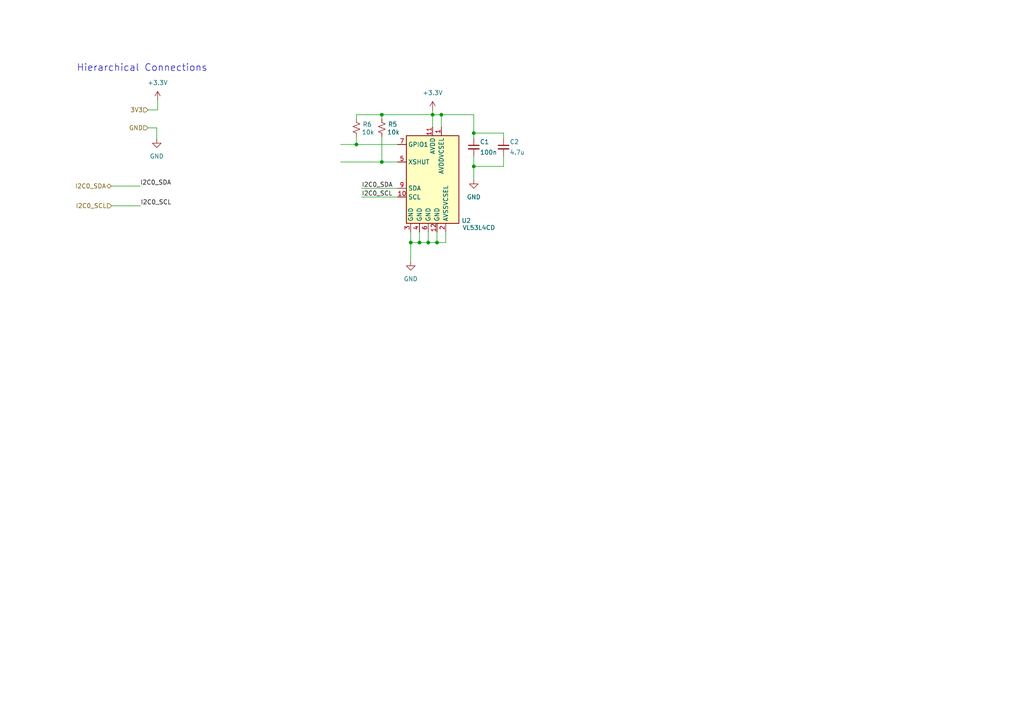
<source format=kicad_sch>
(kicad_sch (version 20230121) (generator eeschema)
  (paper "A4")
  (title_block (title "Distance Sensors") (rev "A"))
  (lib_symbols
    (symbol "ContactlessPPD_custom_lib:VL53L4CD"
      (property "Reference" "U" (at -6.35 13.97 0))
      (property "Value" "VL53L4CD" (at 12.065 13.97 0))
      (symbol "VL53L4CD_0_1"
        (rectangle (start -7.62 12.7) (end 7.62 -12.7) (stroke (width 0.254)) (fill (type background)))
      )
      (symbol "VL53L4CD_1_1"
        (pin power_in line (at 2.54 15.24 270) (length 2.54) (name "AVDDVCSEL") (number "1"))
        (pin input line (at -10.16 -5.08 0) (length 2.54) (name "SCL") (number "10"))
        (pin power_in line (at 0 15.24 270) (length 2.54) (name "AVDD") (number "11"))
        (pin power_in line (at 1.27 -15.24 90) (length 2.54) (name "GND") (number "12"))
        (pin power_in line (at 3.81 -15.24 90) (length 2.54) (name "AVSSVCSEL") (number "2"))
        (pin power_in line (at -6.35 -15.24 90) (length 2.54) (name "GND") (number "3"))
        (pin power_in line (at -3.81 -15.24 90) (length 2.54) (name "GND") (number "4"))
        (pin input line (at -10.16 5.08 0) (length 2.54) (name "XSHUT") (number "5"))
        (pin power_in line (at -1.27 -15.24 90) (length 2.54) (name "GND") (number "6"))
        (pin open_collector line (at -10.16 10.16 0) (length 2.54) (name "GPIO1") (number "7"))
        (pin no_connect line (at -7.62 7.62 0) (length 2.54) hide (name "DNC") (number "8"))
        (pin bidirectional line (at -10.16 -2.54 0) (length 2.54) (name "SDA") (number "9"))
      )
    )
    (symbol "Device:C_Small" (pin_numbers hide) (pin_names (offset 0.254) hide)
      (property "Reference" "C" (at 0.254 1.778 0))
      (property "Value" "C_Small" (at 0.254 -2.032 0))
      (symbol "C_Small_0_1"
        (polyline (pts (xy -1.524 -0.508) (xy 1.524 -0.508)) (stroke (width 0.3302)))
        (polyline (pts (xy -1.524 0.508) (xy 1.524 0.508)) (stroke (width 0.3048)))
      )
      (symbol "C_Small_1_1"
        (pin passive line (at 0 2.54 270) (length 2.032) (name "~") (number "1"))
        (pin passive line (at 0 -2.54 90) (length 2.032) (name "~") (number "2"))
      )
    )
    (symbol "Device:R_Small_US" (pin_numbers hide) (pin_names (offset 0.254) hide)
      (property "Reference" "R" (at 0.762 0.508 0))
      (property "Value" "R_Small_US" (at 0.762 -1.016 0))
      (symbol "R_Small_US_1_1"
        (polyline (pts (xy 0 0) (xy 1.016 -0.381) (xy 0 -0.762) (xy -1.016 -1.143) (xy 0 -1.524)))
        (polyline (pts (xy 0 1.524) (xy 1.016 1.143) (xy 0 0.762) (xy -1.016 0.381) (xy 0 0)))
        (pin passive line (at 0 2.54 270) (length 1.016) (name "~") (number "1"))
        (pin passive line (at 0 -2.54 90) (length 1.016) (name "~") (number "2"))
      )
    )
    (symbol "power:+3.3V" (power) (pin_names (offset 0))
      (property "Value" "+3.3V" (at 0 3.556 0))
      (symbol "+3.3V_0_1"
        (polyline (pts (xy -0.762 1.27) (xy 0 2.54)))
        (polyline (pts (xy 0 0) (xy 0 2.54)))
        (polyline (pts (xy 0 2.54) (xy 0.762 1.27)))
      )
      (symbol "+3.3V_1_1"
        (pin power_in line (at 0 0 90) (length 0) hide (name "+3.3V") (number "1"))
      )
    )
    (symbol "power:GND" (power) (pin_names (offset 0))
      (property "Value" "GND" (at 0 -3.81 0))
      (symbol "GND_0_1"
        (polyline (pts (xy 0 0) (xy 0 -1.27) (xy 1.27 -1.27) (xy 0 -2.54) (xy -1.27 -1.27) (xy 0 -1.27)))
      )
      (symbol "GND_1_1"
        (pin power_in line (at 0 0 270) (length 0) hide (name "GND") (number "1"))
      )
    )
  )
  (junction (at 103.378 41.91))
  (junction (at 110.744 33.274))
  (junction (at 137.414 38.608))
  (junction (at 125.476 33.274))
  (junction (at 119.126 70.358))
  (junction (at 128.016 33.274))
  (junction (at 124.206 70.358))
  (junction (at 121.666 70.358))
  (junction (at 137.414 48.26))
  (junction (at 110.744 46.99))
  (junction (at 126.746 70.358))
  (wire (pts (xy 119.126 70.358) (xy 119.126 75.819)))
  (wire (pts (xy 103.378 33.274) (xy 110.744 33.274)))
  (wire (pts (xy 137.414 48.26) (xy 137.414 52.07)))
  (wire (pts (xy 98.806 41.91) (xy 103.378 41.91)))
  (wire (pts (xy 110.744 33.274) (xy 110.744 34.544)))
  (wire (pts (xy 124.206 70.358) (xy 126.746 70.358)))
  (wire (pts (xy 32.258 53.975) (xy 40.64 53.975)))
  (wire (pts (xy 32.385 59.69) (xy 40.767 59.69)))
  (wire (pts (xy 124.206 67.31) (xy 124.206 70.358)))
  (wire (pts (xy 45.72 29.083) (xy 45.72 31.877)))
  (wire (pts (xy 42.926 37.084) (xy 45.466 37.084)))
  (wire (pts (xy 137.414 38.608) (xy 146.05 38.608)))
  (wire (pts (xy 126.746 70.358) (xy 129.286 70.358)))
  (wire (pts (xy 128.016 33.274) (xy 125.476 33.274)))
  (wire (pts (xy 137.414 33.274) (xy 137.414 38.608)))
  (wire (pts (xy 137.414 48.26) (xy 146.05 48.26)))
  (wire (pts (xy 119.126 70.358) (xy 121.666 70.358)))
  (wire (pts (xy 110.744 46.99) (xy 110.744 39.624)))
  (wire (pts (xy 42.926 31.877) (xy 45.72 31.877)))
  (wire (pts (xy 103.378 34.544) (xy 103.378 33.274)))
  (wire (pts (xy 98.806 46.99) (xy 110.744 46.99)))
  (wire (pts (xy 137.414 45.212) (xy 137.414 48.26)))
  (wire (pts (xy 121.666 70.358) (xy 124.206 70.358)))
  (wire (pts (xy 121.666 67.31) (xy 121.666 70.358)))
  (wire (pts (xy 126.746 67.31) (xy 126.746 70.358)))
  (wire (pts (xy 129.286 70.358) (xy 129.286 67.31)))
  (wire (pts (xy 110.744 46.99) (xy 115.316 46.99)))
  (wire (pts (xy 146.05 38.608) (xy 146.05 40.132)))
  (wire (pts (xy 125.476 32.004) (xy 125.476 33.274)))
  (wire (pts (xy 128.016 33.274) (xy 137.414 33.274)))
  (wire (pts (xy 119.126 67.31) (xy 119.126 70.358)))
  (wire (pts (xy 103.378 41.91) (xy 103.378 39.624)))
  (wire (pts (xy 115.316 57.15) (xy 104.902 57.15)))
  (wire (pts (xy 137.414 38.608) (xy 137.414 40.132)))
  (wire (pts (xy 103.378 41.91) (xy 115.316 41.91)))
  (wire (pts (xy 104.902 54.61) (xy 115.316 54.61)))
  (wire (pts (xy 146.05 48.26) (xy 146.05 45.212)))
  (wire (pts (xy 110.744 33.274) (xy 125.476 33.274)))
  (wire (pts (xy 45.466 37.084) (xy 45.466 40.259)))
  (wire (pts (xy 125.476 33.274) (xy 125.476 36.83)))
  (wire (pts (xy 128.016 33.274) (xy 128.016 36.83)))
  (text "Hierarchical Connections " (at 61.722 20.955 0) (effects (font (size 2 2)) (justify right bottom)))
  (label "I2C0_SDA" (at 40.64 53.975 0))
  (label "I2C0_SCL" (at 40.767 59.69 0))
  (label "I2C0_SDA" (at 104.902 54.61 0))
  (label "I2C0_SCL" (at 104.902 57.15 0))
  (hierarchical_label "I2C0_SDA" (shape bidirectional) (at 32.258 53.975 180))
  (hierarchical_label "I2C0_SCL" (shape input) (at 32.385 59.69 180))
  (hierarchical_label "GND" (shape input) (at 42.926 37.084 180))
  (hierarchical_label "3V3" (shape input) (at 42.926 31.877 180))
  (symbol (lib_id "power:+3.3V") (at 45.72 29.083 0) (unit 1)
    (property "Reference" "#PWR023" (effects hide))
    (property "Value" "+3.3V" (at 45.72 24.003 0))
  )
  (symbol (lib_id "Device:C_Small") (at 146.05 42.672 0) (unit 1)
    (property "Reference" "C2" (at 147.828 41.148 0) (effects (justify left)))
    (property "Value" "4.7u" (at 147.828 44.196 0) (effects (justify left)))
  )
  (symbol (lib_id "power:GND") (at 119.126 75.819 0) (unit 1)
    (property "Reference" "#PWR027" (effects hide))
    (property "Value" "GND" (at 119.126 80.899 0))
  )
  (symbol (lib_id "Device:R_Small_US") (at 103.378 37.084 0) (unit 1)
    (property "Reference" "R6" (at 105.156 36.068 0) (effects (justify left)))
    (property "Value" "10k" (at 104.902 38.354 0) (effects (justify left)))
  )
  (symbol (lib_id "power:+3.3V") (at 125.476 32.004 0) (unit 1)
    (property "Reference" "#PWR028" (effects hide))
    (property "Value" "+3.3V" (at 125.476 26.924 0))
  )
  (symbol (lib_id "Device:R_Small_US") (at 110.744 37.084 0) (unit 1)
    (property "Reference" "R5" (at 112.522 36.068 0) (effects (justify left)))
    (property "Value" "10k" (at 112.268 38.354 0) (effects (justify left)))
  )
  (symbol (lib_id "Device:C_Small") (at 137.414 42.672 0) (unit 1)
    (property "Reference" "C1" (at 139.192 41.148 0) (effects (justify left)))
    (property "Value" "100n" (at 139.192 44.196 0) (effects (justify left)))
  )
  (symbol (lib_id "power:GND") (at 137.414 52.07 0) (unit 1)
    (property "Reference" "#PWR029" (effects hide))
    (property "Value" "GND" (at 137.414 57.15 0))
  )
  (symbol (lib_id "power:GND") (at 45.466 40.259 0) (unit 1)
    (property "Reference" "#PWR024" (effects hide))
    (property "Value" "GND" (at 45.466 45.339 0))
  )
  (symbol (lib_id "ContactlessPPD_custom_lib:VL53L4CD") (at 125.476 52.07 0) (unit 1)
    (property "Reference" "U2" (at 133.858 64.008 0) (effects (justify left)))
    (property "Value" "VL53L4CD" (at 134.112 66.04 0) (effects (justify left)))
    (property "Datasheet" "https://www.st.com/resource/en/datasheet/VL53L4CD.pdf" (effects hide))
  )
)
</source>
